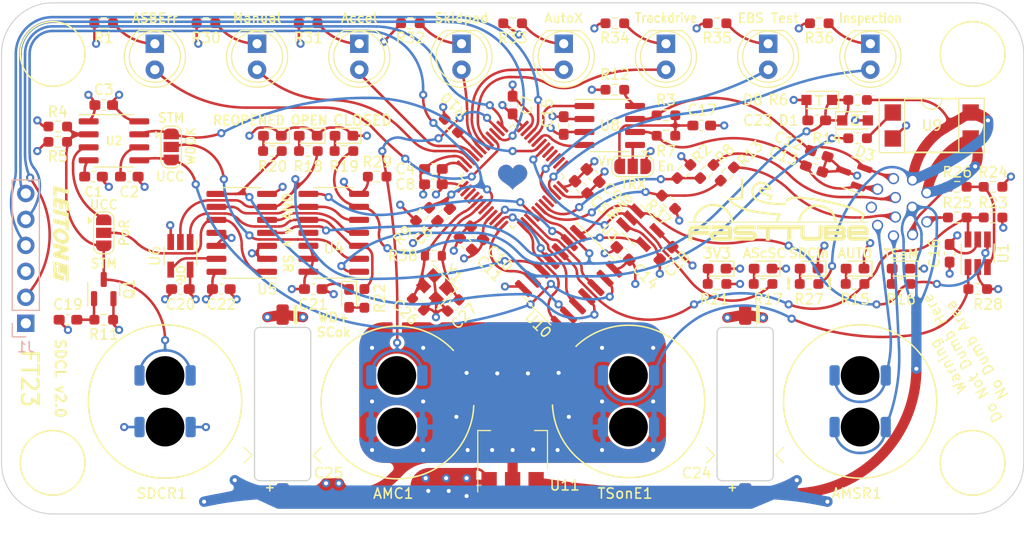
<source format=kicad_pcb>
(kicad_pcb (version 20221018) (generator pcbnew)

  (general
    (thickness 1.6)
  )

  (paper "A4")
  (layers
    (0 "F.Cu" signal)
    (1 "In1.Cu" power "In1-GND.Cu")
    (2 "In2.Cu" power "In2-3V3.Cu")
    (31 "B.Cu" signal)
    (33 "F.Adhes" user "F.Adhesive")
    (35 "F.Paste" user)
    (37 "F.SilkS" user "F.Silkscreen")
    (38 "B.Mask" user)
    (39 "F.Mask" user)
    (40 "Dwgs.User" user "User.Drawings")
    (41 "Cmts.User" user "User.Comments")
    (42 "Eco1.User" user "User.Eco1")
    (43 "Eco2.User" user "User.Eco2")
    (44 "Edge.Cuts" user)
    (45 "Margin" user)
    (46 "B.CrtYd" user "B.Courtyard")
    (47 "F.CrtYd" user "F.Courtyard")
    (49 "F.Fab" user)
  )

  (setup
    (stackup
      (layer "F.SilkS" (type "Top Silk Screen"))
      (layer "F.Paste" (type "Top Solder Paste"))
      (layer "F.Mask" (type "Top Solder Mask") (thickness 0.01))
      (layer "F.Cu" (type "copper") (thickness 0.035))
      (layer "dielectric 1" (type "core") (thickness 0.48) (material "FR4") (epsilon_r 4.5) (loss_tangent 0.02))
      (layer "In1.Cu" (type "copper") (thickness 0.035))
      (layer "dielectric 2" (type "prepreg") (thickness 0.48) (material "FR4") (epsilon_r 4.5) (loss_tangent 0.02))
      (layer "In2.Cu" (type "copper") (thickness 0.035))
      (layer "dielectric 3" (type "core") (thickness 0.48) (material "FR4") (epsilon_r 4.5) (loss_tangent 0.02))
      (layer "B.Cu" (type "copper") (thickness 0.035))
      (layer "B.Mask" (type "Bottom Solder Mask") (thickness 0.01))
      (copper_finish "None")
      (dielectric_constraints no)
    )
    (pad_to_mask_clearance 0)
    (pcbplotparams
      (layerselection 0x00010e0_ffffffff)
      (plot_on_all_layers_selection 0x0000000_00000000)
      (disableapertmacros false)
      (usegerberextensions false)
      (usegerberattributes true)
      (usegerberadvancedattributes true)
      (creategerberjobfile true)
      (dashed_line_dash_ratio 12.000000)
      (dashed_line_gap_ratio 3.000000)
      (svgprecision 6)
      (plotframeref false)
      (viasonmask false)
      (mode 1)
      (useauxorigin false)
      (hpglpennumber 1)
      (hpglpenspeed 20)
      (hpglpendiameter 15.000000)
      (dxfpolygonmode true)
      (dxfimperialunits true)
      (dxfusepcbnewfont true)
      (psnegative false)
      (psa4output false)
      (plotreference true)
      (plotvalue true)
      (plotinvisibletext false)
      (sketchpadsonfab false)
      (subtractmaskfromsilk false)
      (outputformat 1)
      (mirror false)
      (drillshape 0)
      (scaleselection 1)
      (outputdirectory "export/gbr/")
    )
  )

  (net 0 "")
  (net 1 "GND")
  (net 2 "NRST")
  (net 3 "+12V")
  (net 4 "AMC")
  (net 5 "TRACESWO")
  (net 6 "SWDIO")
  (net 7 "SWCLK")
  (net 8 "Net-(Q1-G)")
  (net 9 "AMSRin")
  (net 10 "AMSRout")
  (net 11 "+3.3V")
  (net 12 "/CAN TRX/CAN_H")
  (net 13 "/CAN TRX/CAN_L")
  (net 14 "Net-(U7-PF0)")
  (net 15 "/Connections/SDC_in_3V3")
  (net 16 "Net-(U7-PF1)")
  (net 17 "Net-(D2-K)")
  (net 18 "/Backup AMI/AMI0")
  (net 19 "Net-(D4-A)")
  (net 20 "/Backup AMI/AMI1")
  (net 21 "Net-(D5-A)")
  (net 22 "/Backup AMI/AMI2")
  (net 23 "Net-(D6-A)")
  (net 24 "/Backup AMI/AMI3")
  (net 25 "Net-(D7-A)")
  (net 26 "/Backup AMI/AMI4")
  (net 27 "Net-(D9-A)")
  (net 28 "/Backup AMI/AMI5")
  (net 29 "Net-(D10-A)")
  (net 30 "/Backup AMI/AMI6")
  (net 31 "Net-(J2-Pad1)")
  (net 32 "Net-(J2-Pad9)")
  (net 33 "Net-(R14-Pad2)")
  (net 34 "Net-(D11-A)")
  (net 35 "Net-(D12-A)")
  (net 36 "Net-(D13-A)")
  (net 37 "Net-(D14-K)")
  (net 38 "Net-(D15-K)")
  (net 39 "Net-(D16-K)")
  (net 40 "Net-(D17-K)")
  (net 41 "Net-(D18-K)")
  (net 42 "/Non-Programmable Logic/~{WDO}")
  (net 43 "/Non-Programmable Logic/RP")
  (net 44 "/Non-Programmable Logic/WP")
  (net 45 "/Controller/TS_activate_MUXed")
  (net 46 "/Non-Programmable Logic/close_while_allowed")
  (net 47 "/Non-Programmable Logic/~{reset_all}")
  (net 48 "/Non-Programmable Logic/closing_allowed")
  (net 49 "/Non-Programmable Logic/~{reopen}")
  (net 50 "/Non-Programmable Logic/WD_and_SDCin_ok")
  (net 51 "/Non-Programmable Logic/~{try_close}")
  (net 52 "Net-(J2-Pad11)")
  (net 53 "Net-(J2-Pad12)")
  (net 54 "Net-(D19-K)")
  (net 55 "/Connections/SDC_out")
  (net 56 "/Connections/SDC_in")
  (net 57 "/Connections/TS_activate_dash")
  (net 58 "/Controller/Watchdog")
  (net 59 "WD_OK")
  (net 60 "/CAN TRX/CAN_TX")
  (net 61 "/CAN TRX/CAN_RX")
  (net 62 "Net-(D20-K)")
  (net 63 "/Connections/ASMS")
  (net 64 "/Buttons/~{SDC_reset}")
  (net 65 "/Controller/AS_close_SDC")
  (net 66 "CLOSED")
  (net 67 "INITIAL_OPEN")
  (net 68 "REOPENED")
  (net 69 "/Buttons/TS_activate_ext")
  (net 70 "/Controller/SDC_is_ready")
  (net 71 "Net-(JP1-C)")
  (net 72 "Net-(JPPoR1-A)")
  (net 73 "Net-(U7-BOOT0)")
  (net 74 "Net-(U8-Rs)")
  (net 75 "unconnected-(U7-PA8-Pad29)")
  (net 76 "unconnected-(U7-PB15-Pad28)")
  (net 77 "unconnected-(U7-PB14-Pad27)")
  (net 78 "unconnected-(U7-PB13-Pad26)")
  (net 79 "unconnected-(U7-PB12-Pad25)")
  (net 80 "unconnected-(U7-PB2-Pad20)")
  (net 81 "Net-(U7-PA5)")
  (net 82 "Net-(U7-PA4)")
  (net 83 "Net-(U7-PA3)")
  (net 84 "Net-(U7-PA2)")
  (net 85 "/CAN TRX/Vref")
  (net 86 "Net-(U7-PA1)")
  (net 87 "unconnected-(U4-Pad11)")
  (net 88 "Net-(U7-PA0)")
  (net 89 "LV_SENSE_2")
  (net 90 "LV_SENSE_1")
  (net 91 "unconnected-(U7-PC15-Pad4)")
  (net 92 "/Controller/asb_error")
  (net 93 "unconnected-(U7-PC14-Pad3)")
  (net 94 "unconnected-(U7-PC13-Pad2)")

  (footprint "Capacitor_SMD:C_0603_1608Metric_Pad1.08x0.95mm_HandSolder" (layer "F.Cu") (at 109 67))

  (footprint "Capacitor_SMD:C_0603_1608Metric_Pad1.08x0.95mm_HandSolder" (layer "F.Cu") (at 112.5 67))

  (footprint "Capacitor_SMD:C_0603_1608Metric_Pad1.08x0.95mm_HandSolder" (layer "F.Cu") (at 110 60 180))

  (footprint "Capacitor_SMD:C_0603_1608Metric_Pad1.08x0.95mm_HandSolder" (layer "F.Cu") (at 142.25 66.25 180))

  (footprint "Capacitor_SMD:C_0603_1608Metric_Pad1.08x0.95mm_HandSolder" (layer "F.Cu") (at 156.717515 68.06066 -45))

  (footprint "Capacitor_SMD:C_0603_1608Metric_Pad1.08x0.95mm_HandSolder" (layer "F.Cu") (at 143.25 70.75 -135))

  (footprint "Capacitor_SMD:C_0603_1608Metric_Pad1.08x0.95mm_HandSolder" (layer "F.Cu") (at 150 60 90))

  (footprint "Capacitor_SMD:C_0603_1608Metric_Pad1.08x0.95mm_HandSolder" (layer "F.Cu") (at 142.25 67.75 180))

  (footprint "Capacitor_SMD:C_0603_1608Metric_Pad1.08x0.95mm_HandSolder" (layer "F.Cu") (at 157.867538 66.897577 -45))

  (footprint "Capacitor_SMD:C_0603_1608Metric_Pad1.08x0.95mm_HandSolder" (layer "F.Cu") (at 146.5 72.5 135))

  (footprint "Capacitor_SMD:C_0603_1608Metric_Pad1.08x0.95mm_HandSolder" (layer "F.Cu") (at 145.43934 73.56066 135))

  (footprint "Capacitor_SMD:C_0603_1608Metric_Pad1.08x0.95mm_HandSolder" (layer "F.Cu") (at 180 64.75 -20))

  (footprint "Capacitor_SMD:C_0603_1608Metric_Pad1.08x0.95mm_HandSolder" (layer "F.Cu") (at 179.5 66.25 160))

  (footprint "Package_TO_SOT_SMD:SOT-23-5_HandSoldering" (layer "F.Cu") (at 162.5 72 -45))

  (footprint "Capacitor_SMD:C_0603_1608Metric_Pad1.08x0.95mm_HandSolder" (layer "F.Cu") (at 155 62 90))

  (footprint "Package_TO_SOT_SMD:SOT-23-5_HandSoldering" (layer "F.Cu") (at 117.5 74.75 -90))

  (footprint "Resistor_SMD:R_0603_1608Metric_Pad0.98x0.95mm_HandSolder" (layer "F.Cu") (at 105.5 62.1))

  (footprint "Resistor_SMD:R_0603_1608Metric_Pad0.98x0.95mm_HandSolder" (layer "F.Cu") (at 105.5 63.6 180))

  (footprint "Resistor_SMD:R_0603_1608Metric_Pad0.98x0.95mm_HandSolder" (layer "F.Cu") (at 183.75 59.5 180))

  (footprint "Resistor_SMD:R_0603_1608Metric_Pad0.98x0.95mm_HandSolder" (layer "F.Cu") (at 141.18934 70.68934 45))

  (footprint "Resistor_SMD:R_0603_1608Metric_Pad0.98x0.95mm_HandSolder" (layer "F.Cu") (at 144 62 135))

  (footprint "Resistor_SMD:R_0603_1608Metric_Pad0.98x0.95mm_HandSolder" (layer "F.Cu") (at 160 58.5 180))

  (footprint "Package_TO_SOT_SMD:SOT-23-6_Handsoldering" (layer "F.Cu") (at 195.5 74.5 90))

  (footprint "Package_SO:SOIC-8_3.9x4.9mm_P1.27mm" (layer "F.Cu") (at 111 63.5))

  (footprint "Package_SO:SOIC-14_3.9x8.7mm_P1.27mm" (layer "F.Cu") (at 132.5 72.5 180))

  (footprint "Package_SO:SOIC-14_3.9x8.7mm_P1.27mm" (layer "F.Cu") (at 123.5 72.503922 180))

  (footprint "Package_QFP:LQFP-48_7x7mm_P0.5mm" (layer "F.Cu") (at 150 67 45))

  (footprint "Package_SO:SOIC-8_3.9x4.9mm_P1.27mm" (layer "F.Cu") (at 159.5 62))

  (footprint "Resistor_SMD:R_0603_1608Metric_Pad0.98x0.95mm_HandSolder" (layer "F.Cu") (at 183.75 63.25))

  (footprint "Package_DIP:DIP-4_W7.62mm_SMDSocket_SmallPads" (layer "F.Cu") (at 191 62))

  (footprint "Capacitor_SMD:C_0603_1608Metric_Pad1.08x0.95mm_HandSolder" (layer "F.Cu") (at 192.75 74.5 90))

  (footprint "Capacitor_SMD:C_0603_1608Metric_Pad1.08x0.95mm_HandSolder" (layer "F.Cu") (at 165 74.5 45))

  (footprint "Capacitor_SMD:C_0603_1608Metric_Pad1.08x0.95mm_HandSolder" (layer "F.Cu") (at 117.5 78))

  (footprint "Capacitor_SMD:C_0603_1608Metric_Pad1.08x0.95mm_HandSolder" (layer "F.Cu") (at 130.5 78 180))

  (footprint "Capacitor_SMD:C_0603_1608Metric_Pad1.08x0.95mm_HandSolder" (layer "F.Cu") (at 121.5 78 180))

  (footprint "Diode_SMD:D_0603_1608Metric_Pad1.05x0.95mm_HandSolder" (layer "F.Cu") (at 183.5 76 180))

  (footprint "Diode_SMD:D_0603_1608Metric_Pad1.05x0.95mm_HandSolder" (layer "F.Cu") (at 188 76 180))

  (footprint "Diode_SMD:D_0603_1608Metric_Pad1.05x0.95mm_HandSolder" (layer "F.Cu") (at 174.5 76 180))

  (footprint "Diode_SMD:D_0603_1608Metric_Pad1.05x0.95mm_HandSolder" (layer "F.Cu") (at 130 63 180))

  (footprint "Diode_SMD:D_0603_1608Metric_Pad1.05x0.95mm_HandSolder" (layer "F.Cu") (at 133.5 63 180))

  (footprint "Diode_SMD:D_0603_1608Metric_Pad1.05x0.95mm_HandSolder" (layer "F.Cu") (at 126.5 63 180))

  (footprint "Diode_SMD:D_0603_1608Metric_Pad1.05x0.95mm_HandSolder" (layer "F.Cu") (at 170 76 180))

  (footprint "Resistor_SMD:R_0603_1608Metric_Pad0.98x0.95mm_HandSolder" (layer "F.Cu") (at 183.5 77.5 180))

  (footprint "Resistor_SMD:R_0603_1608Metric_Pad0.98x0.95mm_HandSolder" (layer "F.Cu") (at 188 77.5))

  (footprint "Diode_SMD:D_0603_1608Metric_Pad1.05x0.95mm_HandSolder" (layer "F.Cu") (at 134 78.9125 -90))

  (footprint "Resistor_SMD:R_0603_1608Metric_Pad0.98x0.95mm_HandSolder" (layer "F.Cu") (at 174.5 77.5 180))

  (footprint "Resistor_SMD:R_0603_1608Metric_Pad0.98x0.95mm_HandSolder" (layer "F.Cu") (at 130.016666 64.5 180))

  (footprint "Resistor_SMD:R_0603_1608Metric_Pad0.98x0.95mm_HandSolder" (layer "F.Cu")
    (tstamp 00000000-0000-0000-0000-000061ba033e)
    (at 133.5 64.5 180)
    (descr "Resistor SMD 0603 (1608 Metric), square (rectangular) end terminal, IPC_7351 nominal with elongated pad for handsoldering. (Body size source: IPC-SM-782 page 72, https://www.pcb-3d.com/wordpress/wp-content/uploads/ipc-sm-782a_amendment_1_and_2.pdf), generated with kicad-footprint-generator")
    (tags "resistor handsolder")
    (property "Sheetfile" "npl.kicad_sch")
    (property "Sheetname" "Non-Programmable Logic")
    (property "ki_description" "Resistor")
    (property "ki_keywords" "R res resistor")
    (p
... [1115484 chars truncated]
</source>
